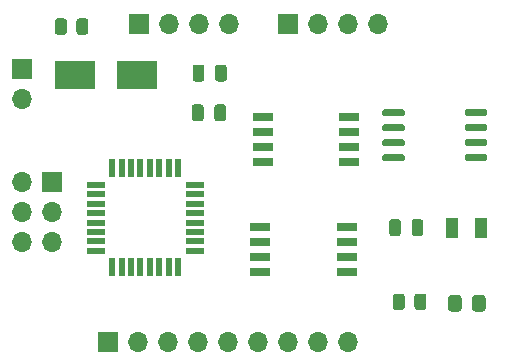
<source format=gts>
G04 #@! TF.GenerationSoftware,KiCad,Pcbnew,5.1.7-a382d34a8~87~ubuntu20.04.1*
G04 #@! TF.CreationDate,2020-11-09T21:14:28-03:00*
G04 #@! TF.ProjectId,Arduino_Clone,41726475-696e-46f5-9f43-6c6f6e652e6b,1*
G04 #@! TF.SameCoordinates,Original*
G04 #@! TF.FileFunction,Soldermask,Top*
G04 #@! TF.FilePolarity,Negative*
%FSLAX46Y46*%
G04 Gerber Fmt 4.6, Leading zero omitted, Abs format (unit mm)*
G04 Created by KiCad (PCBNEW 5.1.7-a382d34a8~87~ubuntu20.04.1) date 2020-11-09 21:14:28*
%MOMM*%
%LPD*%
G01*
G04 APERTURE LIST*
%ADD10R,1.700000X1.700000*%
%ADD11O,1.700000X1.700000*%
%ADD12R,1.700000X0.650000*%
%ADD13R,0.550000X1.500000*%
%ADD14R,1.500000X0.550000*%
%ADD15R,1.000000X1.800000*%
%ADD16R,3.500000X2.400000*%
G04 APERTURE END LIST*
D10*
X80645000Y-50482500D03*
D11*
X80645000Y-53022500D03*
G36*
G01*
X95004000Y-54704000D02*
X95004000Y-53754000D01*
G75*
G02*
X95254000Y-53504000I250000J0D01*
G01*
X95754000Y-53504000D01*
G75*
G02*
X96004000Y-53754000I0J-250000D01*
G01*
X96004000Y-54704000D01*
G75*
G02*
X95754000Y-54954000I-250000J0D01*
G01*
X95254000Y-54954000D01*
G75*
G02*
X95004000Y-54704000I0J250000D01*
G01*
G37*
G36*
G01*
X96904000Y-54704000D02*
X96904000Y-53754000D01*
G75*
G02*
X97154000Y-53504000I250000J0D01*
G01*
X97654000Y-53504000D01*
G75*
G02*
X97904000Y-53754000I0J-250000D01*
G01*
X97904000Y-54704000D01*
G75*
G02*
X97654000Y-54954000I-250000J0D01*
G01*
X97154000Y-54954000D01*
G75*
G02*
X96904000Y-54704000I0J250000D01*
G01*
G37*
G36*
G01*
X96972500Y-51338500D02*
X96972500Y-50388500D01*
G75*
G02*
X97222500Y-50138500I250000J0D01*
G01*
X97722500Y-50138500D01*
G75*
G02*
X97972500Y-50388500I0J-250000D01*
G01*
X97972500Y-51338500D01*
G75*
G02*
X97722500Y-51588500I-250000J0D01*
G01*
X97222500Y-51588500D01*
G75*
G02*
X96972500Y-51338500I0J250000D01*
G01*
G37*
G36*
G01*
X95072500Y-51338500D02*
X95072500Y-50388500D01*
G75*
G02*
X95322500Y-50138500I250000J0D01*
G01*
X95822500Y-50138500D01*
G75*
G02*
X96072500Y-50388500I0J-250000D01*
G01*
X96072500Y-51338500D01*
G75*
G02*
X95822500Y-51588500I-250000J0D01*
G01*
X95322500Y-51588500D01*
G75*
G02*
X95072500Y-51338500I0J250000D01*
G01*
G37*
G36*
G01*
X114610000Y-63469500D02*
X114610000Y-64419500D01*
G75*
G02*
X114360000Y-64669500I-250000J0D01*
G01*
X113860000Y-64669500D01*
G75*
G02*
X113610000Y-64419500I0J250000D01*
G01*
X113610000Y-63469500D01*
G75*
G02*
X113860000Y-63219500I250000J0D01*
G01*
X114360000Y-63219500D01*
G75*
G02*
X114610000Y-63469500I0J-250000D01*
G01*
G37*
G36*
G01*
X112710000Y-63469500D02*
X112710000Y-64419500D01*
G75*
G02*
X112460000Y-64669500I-250000J0D01*
G01*
X111960000Y-64669500D01*
G75*
G02*
X111710000Y-64419500I0J250000D01*
G01*
X111710000Y-63469500D01*
G75*
G02*
X111960000Y-63219500I250000J0D01*
G01*
X112460000Y-63219500D01*
G75*
G02*
X112710000Y-63469500I0J-250000D01*
G01*
G37*
G36*
G01*
X116692000Y-70808001D02*
X116692000Y-69907999D01*
G75*
G02*
X116941999Y-69658000I249999J0D01*
G01*
X117592001Y-69658000D01*
G75*
G02*
X117842000Y-69907999I0J-249999D01*
G01*
X117842000Y-70808001D01*
G75*
G02*
X117592001Y-71058000I-249999J0D01*
G01*
X116941999Y-71058000D01*
G75*
G02*
X116692000Y-70808001I0J249999D01*
G01*
G37*
G36*
G01*
X118742000Y-70808001D02*
X118742000Y-69907999D01*
G75*
G02*
X118991999Y-69658000I249999J0D01*
G01*
X119642001Y-69658000D01*
G75*
G02*
X119892000Y-69907999I0J-249999D01*
G01*
X119892000Y-70808001D01*
G75*
G02*
X119642001Y-71058000I-249999J0D01*
G01*
X118991999Y-71058000D01*
G75*
G02*
X118742000Y-70808001I0J249999D01*
G01*
G37*
X98171000Y-46672500D03*
X95631000Y-46672500D03*
X93091000Y-46672500D03*
D10*
X90551000Y-46672500D03*
X87884000Y-73660000D03*
D11*
X90424000Y-73660000D03*
X92964000Y-73660000D03*
X95504000Y-73660000D03*
X98044000Y-73660000D03*
X100584000Y-73660000D03*
X103124000Y-73660000D03*
X105664000Y-73660000D03*
X108204000Y-73660000D03*
D10*
X83185000Y-60071000D03*
D11*
X80645000Y-60071000D03*
X83185000Y-62611000D03*
X80645000Y-62611000D03*
X83185000Y-65151000D03*
X80645000Y-65151000D03*
D10*
X103188000Y-46672500D03*
D11*
X105728000Y-46672500D03*
X108268000Y-46672500D03*
X110808000Y-46672500D03*
G36*
G01*
X114876000Y-69780999D02*
X114876000Y-70681001D01*
G75*
G02*
X114626001Y-70931000I-249999J0D01*
G01*
X114100999Y-70931000D01*
G75*
G02*
X113851000Y-70681001I0J249999D01*
G01*
X113851000Y-69780999D01*
G75*
G02*
X114100999Y-69531000I249999J0D01*
G01*
X114626001Y-69531000D01*
G75*
G02*
X114876000Y-69780999I0J-249999D01*
G01*
G37*
G36*
G01*
X113051000Y-69780999D02*
X113051000Y-70681001D01*
G75*
G02*
X112801001Y-70931000I-249999J0D01*
G01*
X112275999Y-70931000D01*
G75*
G02*
X112026000Y-70681001I0J249999D01*
G01*
X112026000Y-69780999D01*
G75*
G02*
X112275999Y-69531000I249999J0D01*
G01*
X112801001Y-69531000D01*
G75*
G02*
X113051000Y-69780999I0J-249999D01*
G01*
G37*
G36*
G01*
X84433500Y-46476499D02*
X84433500Y-47376501D01*
G75*
G02*
X84183501Y-47626500I-249999J0D01*
G01*
X83658499Y-47626500D01*
G75*
G02*
X83408500Y-47376501I0J249999D01*
G01*
X83408500Y-46476499D01*
G75*
G02*
X83658499Y-46226500I249999J0D01*
G01*
X84183501Y-46226500D01*
G75*
G02*
X84433500Y-46476499I0J-249999D01*
G01*
G37*
G36*
G01*
X86258500Y-46476499D02*
X86258500Y-47376501D01*
G75*
G02*
X86008501Y-47626500I-249999J0D01*
G01*
X85483499Y-47626500D01*
G75*
G02*
X85233500Y-47376501I0J249999D01*
G01*
X85233500Y-46476499D01*
G75*
G02*
X85483499Y-46226500I249999J0D01*
G01*
X86008501Y-46226500D01*
G75*
G02*
X86258500Y-46476499I0J-249999D01*
G01*
G37*
G36*
G01*
X111120000Y-54379000D02*
X111120000Y-54079000D01*
G75*
G02*
X111270000Y-53929000I150000J0D01*
G01*
X112870000Y-53929000D01*
G75*
G02*
X113020000Y-54079000I0J-150000D01*
G01*
X113020000Y-54379000D01*
G75*
G02*
X112870000Y-54529000I-150000J0D01*
G01*
X111270000Y-54529000D01*
G75*
G02*
X111120000Y-54379000I0J150000D01*
G01*
G37*
G36*
G01*
X111120000Y-55649000D02*
X111120000Y-55349000D01*
G75*
G02*
X111270000Y-55199000I150000J0D01*
G01*
X112870000Y-55199000D01*
G75*
G02*
X113020000Y-55349000I0J-150000D01*
G01*
X113020000Y-55649000D01*
G75*
G02*
X112870000Y-55799000I-150000J0D01*
G01*
X111270000Y-55799000D01*
G75*
G02*
X111120000Y-55649000I0J150000D01*
G01*
G37*
G36*
G01*
X111120000Y-56919000D02*
X111120000Y-56619000D01*
G75*
G02*
X111270000Y-56469000I150000J0D01*
G01*
X112870000Y-56469000D01*
G75*
G02*
X113020000Y-56619000I0J-150000D01*
G01*
X113020000Y-56919000D01*
G75*
G02*
X112870000Y-57069000I-150000J0D01*
G01*
X111270000Y-57069000D01*
G75*
G02*
X111120000Y-56919000I0J150000D01*
G01*
G37*
G36*
G01*
X111120000Y-58189000D02*
X111120000Y-57889000D01*
G75*
G02*
X111270000Y-57739000I150000J0D01*
G01*
X112870000Y-57739000D01*
G75*
G02*
X113020000Y-57889000I0J-150000D01*
G01*
X113020000Y-58189000D01*
G75*
G02*
X112870000Y-58339000I-150000J0D01*
G01*
X111270000Y-58339000D01*
G75*
G02*
X111120000Y-58189000I0J150000D01*
G01*
G37*
G36*
G01*
X118120000Y-58189000D02*
X118120000Y-57889000D01*
G75*
G02*
X118270000Y-57739000I150000J0D01*
G01*
X119870000Y-57739000D01*
G75*
G02*
X120020000Y-57889000I0J-150000D01*
G01*
X120020000Y-58189000D01*
G75*
G02*
X119870000Y-58339000I-150000J0D01*
G01*
X118270000Y-58339000D01*
G75*
G02*
X118120000Y-58189000I0J150000D01*
G01*
G37*
G36*
G01*
X118120000Y-56919000D02*
X118120000Y-56619000D01*
G75*
G02*
X118270000Y-56469000I150000J0D01*
G01*
X119870000Y-56469000D01*
G75*
G02*
X120020000Y-56619000I0J-150000D01*
G01*
X120020000Y-56919000D01*
G75*
G02*
X119870000Y-57069000I-150000J0D01*
G01*
X118270000Y-57069000D01*
G75*
G02*
X118120000Y-56919000I0J150000D01*
G01*
G37*
G36*
G01*
X118120000Y-55649000D02*
X118120000Y-55349000D01*
G75*
G02*
X118270000Y-55199000I150000J0D01*
G01*
X119870000Y-55199000D01*
G75*
G02*
X120020000Y-55349000I0J-150000D01*
G01*
X120020000Y-55649000D01*
G75*
G02*
X119870000Y-55799000I-150000J0D01*
G01*
X118270000Y-55799000D01*
G75*
G02*
X118120000Y-55649000I0J150000D01*
G01*
G37*
G36*
G01*
X118120000Y-54379000D02*
X118120000Y-54079000D01*
G75*
G02*
X118270000Y-53929000I150000J0D01*
G01*
X119870000Y-53929000D01*
G75*
G02*
X120020000Y-54079000I0J-150000D01*
G01*
X120020000Y-54379000D01*
G75*
G02*
X119870000Y-54529000I-150000J0D01*
G01*
X118270000Y-54529000D01*
G75*
G02*
X118120000Y-54379000I0J150000D01*
G01*
G37*
D12*
X100998000Y-54610000D03*
X100998000Y-55880000D03*
X100998000Y-57150000D03*
X100998000Y-58420000D03*
X108298000Y-58420000D03*
X108298000Y-57150000D03*
X108298000Y-55880000D03*
X108298000Y-54610000D03*
X108108000Y-63881000D03*
X108108000Y-65151000D03*
X108108000Y-66421000D03*
X108108000Y-67691000D03*
X100808000Y-67691000D03*
X100808000Y-66421000D03*
X100808000Y-65151000D03*
X100808000Y-63881000D03*
D13*
X88259000Y-67319000D03*
D14*
X86859000Y-60319000D03*
X86859000Y-61119000D03*
X86859000Y-61919000D03*
X86859000Y-62719000D03*
X86859000Y-63519000D03*
X86859000Y-64319000D03*
X86859000Y-65119000D03*
X86859000Y-65919000D03*
D13*
X89059000Y-67319000D03*
X89859000Y-67319000D03*
X90659000Y-67319000D03*
X91459000Y-67319000D03*
X92259000Y-67319000D03*
X93059000Y-67319000D03*
X93859000Y-67319000D03*
D14*
X95259000Y-65919000D03*
X95259000Y-65119000D03*
X95259000Y-64319000D03*
X95259000Y-63519000D03*
X95259000Y-62719000D03*
X95259000Y-61919000D03*
X95259000Y-61119000D03*
X95259000Y-60319000D03*
D13*
X93859000Y-58919000D03*
X93059000Y-58919000D03*
X92259000Y-58919000D03*
X91459000Y-58919000D03*
X90659000Y-58919000D03*
X89859000Y-58919000D03*
X89059000Y-58919000D03*
X88259000Y-58919000D03*
D15*
X117030000Y-64008000D03*
X119530000Y-64008000D03*
D16*
X85153500Y-51054000D03*
X90353500Y-51054000D03*
M02*

</source>
